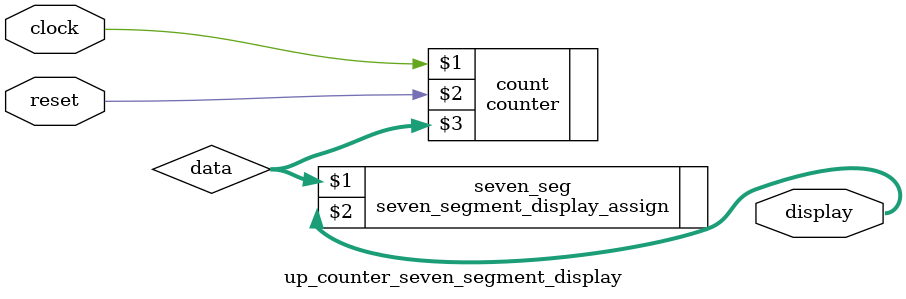
<source format=v>
`include "counter.v"
`include "seven_segment_display_assign.v"

module up_counter_seven_segment_display (clock, reset, display);
input clock, reset;
output [6:0] display;
wire [3:0] data;

counter count(clock, reset, data);
seven_segment_display_assign seven_seg(data, display);

endmodule // up_counter_seven_segment_display

</source>
